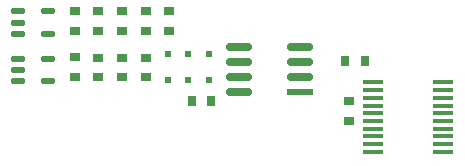
<source format=gtp>
G04*
G04 #@! TF.GenerationSoftware,Altium Limited,CircuitStudio,1.5.2 (30)*
G04*
G04 Layer_Color=7318015*
%FSLAX44Y44*%
%MOMM*%
G71*
G01*
G75*
%ADD10R,0.9300X0.7900*%
G04:AMPARAMS|DCode=11|XSize=0.6mm|YSize=2.2mm|CornerRadius=0.15mm|HoleSize=0mm|Usage=FLASHONLY|Rotation=90.000|XOffset=0mm|YOffset=0mm|HoleType=Round|Shape=RoundedRectangle|*
%AMROUNDEDRECTD11*
21,1,0.6000,1.9000,0,0,90.0*
21,1,0.3000,2.2000,0,0,90.0*
1,1,0.3000,0.9500,0.1500*
1,1,0.3000,0.9500,-0.1500*
1,1,0.3000,-0.9500,-0.1500*
1,1,0.3000,-0.9500,0.1500*
%
%ADD11ROUNDEDRECTD11*%
%ADD12R,2.2000X0.6000*%
%ADD13R,1.7620X0.3548*%
G04:AMPARAMS|DCode=14|XSize=1.762mm|YSize=0.3548mm|CornerRadius=0.0887mm|HoleSize=0mm|Usage=FLASHONLY|Rotation=0.000|XOffset=0mm|YOffset=0mm|HoleType=Round|Shape=RoundedRectangle|*
%AMROUNDEDRECTD14*
21,1,1.7620,0.1774,0,0,0.0*
21,1,1.5846,0.3548,0,0,0.0*
1,1,0.1774,0.7923,-0.0887*
1,1,0.1774,-0.7923,-0.0887*
1,1,0.1774,-0.7923,0.0887*
1,1,0.1774,0.7923,0.0887*
%
%ADD14ROUNDEDRECTD14*%
%ADD15R,0.7900X0.9300*%
%ADD16R,0.5000X0.5000*%
G04:AMPARAMS|DCode=17|XSize=1.21mm|YSize=0.59mm|CornerRadius=0.1475mm|HoleSize=0mm|Usage=FLASHONLY|Rotation=0.000|XOffset=0mm|YOffset=0mm|HoleType=Round|Shape=RoundedRectangle|*
%AMROUNDEDRECTD17*
21,1,1.2100,0.2950,0,0,0.0*
21,1,0.9150,0.5900,0,0,0.0*
1,1,0.2950,0.4575,-0.1475*
1,1,0.2950,-0.4575,-0.1475*
1,1,0.2950,-0.4575,0.1475*
1,1,0.2950,0.4575,0.1475*
%
%ADD17ROUNDEDRECTD17*%
D10*
X442580Y1168190D02*
D03*
Y1184590D02*
D03*
X462580Y1168190D02*
D03*
Y1184590D02*
D03*
X382500Y1184450D02*
D03*
Y1168050D02*
D03*
X442580Y1144990D02*
D03*
Y1128590D02*
D03*
X422580Y1144990D02*
D03*
Y1128590D02*
D03*
X402580Y1144990D02*
D03*
Y1128590D02*
D03*
X615000Y1091800D02*
D03*
Y1108200D02*
D03*
X402500Y1168050D02*
D03*
Y1184450D02*
D03*
X422580Y1168190D02*
D03*
Y1184590D02*
D03*
X382580Y1129290D02*
D03*
Y1145690D02*
D03*
D11*
X521500Y1154050D02*
D03*
Y1141350D02*
D03*
Y1115950D02*
D03*
X573500Y1154050D02*
D03*
Y1141350D02*
D03*
X521500Y1128650D02*
D03*
X573500D02*
D03*
D12*
Y1115950D02*
D03*
D13*
X635370Y1124241D02*
D03*
D14*
Y1117741D02*
D03*
Y1111241D02*
D03*
Y1104741D02*
D03*
Y1098241D02*
D03*
Y1091739D02*
D03*
Y1085239D02*
D03*
Y1078739D02*
D03*
Y1072239D02*
D03*
Y1065739D02*
D03*
X694790D02*
D03*
Y1072239D02*
D03*
Y1078739D02*
D03*
Y1085239D02*
D03*
Y1091739D02*
D03*
Y1098241D02*
D03*
Y1104741D02*
D03*
Y1111241D02*
D03*
Y1117741D02*
D03*
Y1124241D02*
D03*
D15*
X628200Y1142500D02*
D03*
X611800D02*
D03*
X481800Y1108750D02*
D03*
X498200D02*
D03*
D16*
X478830Y1148490D02*
D03*
Y1126490D02*
D03*
X461250Y1148500D02*
D03*
Y1126500D02*
D03*
X496250Y1148500D02*
D03*
Y1126500D02*
D03*
D17*
X334950Y1144500D02*
D03*
Y1135000D02*
D03*
Y1125500D02*
D03*
X360050D02*
D03*
Y1144500D02*
D03*
X334950Y1184500D02*
D03*
Y1175000D02*
D03*
Y1165500D02*
D03*
X360050D02*
D03*
Y1184500D02*
D03*
M02*

</source>
